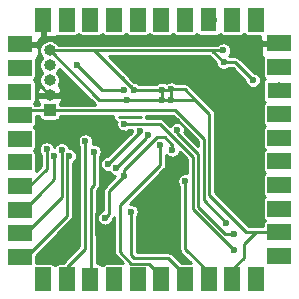
<source format=gbr>
G04 #@! TF.GenerationSoftware,KiCad,Pcbnew,5.1.4-e60b266~84~ubuntu18.04.1*
G04 #@! TF.CreationDate,2019-10-31T20:09:33+08:00*
G04 #@! TF.ProjectId,dap-stm32f103,6461702d-7374-46d3-9332-663130332e6b,rev?*
G04 #@! TF.SameCoordinates,Original*
G04 #@! TF.FileFunction,Copper,L2,Bot*
G04 #@! TF.FilePolarity,Positive*
%FSLAX46Y46*%
G04 Gerber Fmt 4.6, Leading zero omitted, Abs format (unit mm)*
G04 Created by KiCad (PCBNEW 5.1.4-e60b266~84~ubuntu18.04.1) date 2019-10-31 20:09:33*
%MOMM*%
%LPD*%
G04 APERTURE LIST*
%ADD10R,2.000000X1.350000*%
%ADD11C,1.350000*%
%ADD12C,0.100000*%
%ADD13O,1.000000X1.000000*%
%ADD14R,1.000000X1.000000*%
%ADD15R,1.350000X2.000000*%
%ADD16C,0.600000*%
%ADD17C,0.250000*%
G04 APERTURE END LIST*
D10*
X113964000Y-83958000D03*
X113964000Y-81958000D03*
X113964000Y-91958000D03*
X113964000Y-87958000D03*
X113964000Y-85958000D03*
X113964000Y-77958000D03*
X113964000Y-93958000D03*
D11*
X113964000Y-79958000D03*
D12*
G36*
X112964000Y-80633000D02*
G01*
X112964000Y-79283000D01*
X114964000Y-79283000D01*
X114964000Y-80633000D01*
X112964000Y-80633000D01*
X112964000Y-80633000D01*
G37*
D10*
X113964000Y-89958000D03*
X113964000Y-75958000D03*
D13*
X116514000Y-76478000D03*
X116514000Y-77748000D03*
X116514000Y-79018000D03*
X116514000Y-80288000D03*
D14*
X116514000Y-81558000D03*
D15*
X123964000Y-95868000D03*
X121964000Y-95868000D03*
X131964000Y-95868000D03*
X127964000Y-95868000D03*
X125964000Y-95868000D03*
X117964000Y-95868000D03*
X133964000Y-95868000D03*
D11*
X119964000Y-95868000D03*
D12*
G36*
X120639000Y-96868000D02*
G01*
X119289000Y-96868000D01*
X119289000Y-94868000D01*
X120639000Y-94868000D01*
X120639000Y-96868000D01*
X120639000Y-96868000D01*
G37*
D15*
X129964000Y-95868000D03*
X115964000Y-95868000D03*
X125964000Y-73868000D03*
X127964000Y-73868000D03*
X117964000Y-73868000D03*
X121964000Y-73868000D03*
X123964000Y-73868000D03*
X131964000Y-73868000D03*
X115964000Y-73868000D03*
D11*
X129964000Y-73868000D03*
D12*
G36*
X129289000Y-72868000D02*
G01*
X130639000Y-72868000D01*
X130639000Y-74868000D01*
X129289000Y-74868000D01*
X129289000Y-72868000D01*
X129289000Y-72868000D01*
G37*
D15*
X119964000Y-73868000D03*
X133964000Y-73868000D03*
D10*
X135964000Y-83868000D03*
X135964000Y-81868000D03*
X135964000Y-91868000D03*
X135964000Y-87868000D03*
X135964000Y-85868000D03*
X135964000Y-77868000D03*
X135964000Y-93868000D03*
D11*
X135964000Y-79868000D03*
D12*
G36*
X134964000Y-80543000D02*
G01*
X134964000Y-79193000D01*
X136964000Y-79193000D01*
X136964000Y-80543000D01*
X134964000Y-80543000D01*
X134964000Y-80543000D01*
G37*
D10*
X135964000Y-89868000D03*
X135964000Y-75868000D03*
D16*
X121184000Y-93588000D03*
X121184000Y-92848000D03*
X115594000Y-86088000D03*
X115590665Y-85505220D03*
X122719405Y-83499752D03*
X121184000Y-91738000D03*
X120879000Y-89778000D03*
X126754000Y-87418000D03*
X126444000Y-82218000D03*
X130524000Y-75728000D03*
X129134000Y-77328000D03*
X118084000Y-75658000D03*
X132949000Y-89669985D03*
X131914000Y-87128000D03*
X133468443Y-86653557D03*
X131284000Y-88928000D03*
X117682058Y-78529942D03*
X125557059Y-89200766D03*
X117877058Y-94031058D03*
X115864000Y-93738000D03*
X132854000Y-75738000D03*
X132854000Y-76598000D03*
X115804000Y-82778000D03*
X133854881Y-91202967D03*
X118910464Y-84908000D03*
X128360263Y-83638147D03*
X125504000Y-79163000D03*
X131444000Y-91078000D03*
X122154000Y-86448000D03*
X124879918Y-83669571D03*
X124144000Y-83338000D03*
X121432463Y-86102476D03*
X122821716Y-87080183D03*
X123664000Y-79818000D03*
X131224000Y-76458000D03*
X131234000Y-77468000D03*
X123054000Y-80648000D03*
X126804000Y-79768000D03*
X126804000Y-80658000D03*
X126004000Y-80658000D03*
X126004000Y-79788000D03*
X126904000Y-84878000D03*
X121214000Y-90648000D03*
X133744000Y-78998000D03*
X122776984Y-79834868D03*
X118854000Y-77748000D03*
X132124000Y-93398000D03*
X122834000Y-82708000D03*
X120254000Y-85048000D03*
X119535464Y-84163920D03*
X116254147Y-84838147D03*
X128004000Y-87508000D03*
X123373010Y-90128000D03*
X125894669Y-84463707D03*
X117531819Y-84889357D03*
X118156819Y-85397666D03*
X116879147Y-85377952D03*
X132114000Y-92008000D03*
X127284412Y-83211187D03*
D17*
X122394000Y-82098000D02*
X122518998Y-82098000D01*
X122518998Y-82098000D02*
X122533999Y-82082999D01*
X122409001Y-82082999D02*
X122394000Y-82098000D01*
X123269001Y-82082999D02*
X122409001Y-82082999D01*
X123269001Y-82082999D02*
X124208999Y-82082999D01*
X122533999Y-82082999D02*
X123269001Y-82082999D01*
X121184000Y-93588000D02*
X121184000Y-92848000D01*
X115594000Y-86088000D02*
X115594000Y-85508555D01*
X115594000Y-85508555D02*
X115590665Y-85505220D01*
X117877058Y-94031058D02*
X116127058Y-94031058D01*
X116127058Y-94031058D02*
X115864000Y-93768000D01*
X115864000Y-93768000D02*
X115864000Y-93738000D01*
X120435484Y-92099484D02*
X121184000Y-92848000D01*
X120879000Y-89778000D02*
X120435484Y-90221516D01*
X120435484Y-90221516D02*
X120435484Y-92099484D01*
X130524000Y-75728000D02*
X132844000Y-75728000D01*
X132844000Y-75728000D02*
X132854000Y-75738000D01*
X132949000Y-90094249D02*
X133844000Y-90989249D01*
X132949000Y-89669985D02*
X132949000Y-90094249D01*
X133844000Y-90989249D02*
X133844000Y-91192086D01*
X133844000Y-91192086D02*
X133854881Y-91202967D01*
X125557059Y-88614941D02*
X126754000Y-87418000D01*
X125557059Y-89200766D02*
X125557059Y-88614941D01*
X115594000Y-82988000D02*
X115804000Y-82778000D01*
X115594000Y-86088000D02*
X115594000Y-82988000D01*
X129134000Y-77328000D02*
X129134000Y-79278000D01*
X133468443Y-83612443D02*
X133468443Y-86653557D01*
X129134000Y-79278000D02*
X133468443Y-83612443D01*
X132388443Y-86653557D02*
X131914000Y-87128000D01*
X133468443Y-86653557D02*
X132388443Y-86653557D01*
X131914000Y-88298000D02*
X131284000Y-88928000D01*
X131914000Y-87128000D02*
X131914000Y-88298000D01*
X132207015Y-88928000D02*
X132949000Y-89669985D01*
X131284000Y-88928000D02*
X132207015Y-88928000D01*
X135483990Y-75738000D02*
X135613990Y-75868000D01*
X134444000Y-75738000D02*
X135483990Y-75738000D01*
X132854000Y-75738000D02*
X134444000Y-75738000D01*
X134444000Y-90613848D02*
X133854881Y-91202967D01*
X134444000Y-75738000D02*
X134444000Y-90613848D01*
X117682058Y-78954206D02*
X117682058Y-78529942D01*
X117682058Y-79827048D02*
X117682058Y-78954206D01*
X117221106Y-80288000D02*
X117682058Y-79827048D01*
X116514000Y-80288000D02*
X117221106Y-80288000D01*
X116014001Y-79739003D02*
X115614000Y-79339002D01*
X116514000Y-80288000D02*
X116014001Y-79788001D01*
X116014001Y-79788001D02*
X116014001Y-79739003D01*
X115614000Y-79339002D02*
X115614000Y-75948000D01*
X117784001Y-75358001D02*
X118084000Y-75658000D01*
X116203999Y-75358001D02*
X117784001Y-75358001D01*
X115614000Y-75948000D02*
X116203999Y-75358001D01*
X117877058Y-94031058D02*
X118910464Y-92997652D01*
X118910464Y-92997652D02*
X118910464Y-84908000D01*
X119154000Y-83328000D02*
X122547653Y-83328000D01*
X118910464Y-84908000D02*
X118910464Y-83571536D01*
X122547653Y-83328000D02*
X122719405Y-83499752D01*
X118910464Y-83571536D02*
X119154000Y-83328000D01*
X130454000Y-75658000D02*
X130524000Y-75728000D01*
X118084000Y-75658000D02*
X130454000Y-75658000D01*
X126444000Y-82218000D02*
X127154000Y-82218000D01*
X127257590Y-82288000D02*
X128484000Y-83514410D01*
X127154000Y-82218000D02*
X127224000Y-82288000D01*
X127224000Y-82288000D02*
X127257590Y-82288000D01*
X128484000Y-83514410D02*
X128360263Y-83638147D01*
X127339000Y-77328000D02*
X129134000Y-77328000D01*
X125504000Y-79163000D02*
X127339000Y-77328000D01*
X127164000Y-81558000D02*
X116514000Y-81558000D01*
X129544020Y-83938020D02*
X127164000Y-81558000D01*
X129544020Y-89178020D02*
X129544020Y-83938020D01*
X114714010Y-81558000D02*
X114314010Y-81958000D01*
X116514000Y-81558000D02*
X114714010Y-81558000D01*
X131444000Y-91078000D02*
X129544020Y-89178020D01*
X122154000Y-86398000D02*
X122154000Y-86448000D01*
X124579919Y-83969570D02*
X124579919Y-83972081D01*
X124879918Y-83669571D02*
X124579919Y-83969570D01*
X124579919Y-83972081D02*
X122154000Y-86398000D01*
X124144000Y-83368000D02*
X124144000Y-83338000D01*
X124144000Y-83390939D02*
X124144000Y-83338000D01*
X121432463Y-86102476D02*
X124144000Y-83390939D01*
X123364001Y-79518001D02*
X123344001Y-79518001D01*
X123664000Y-79818000D02*
X123364001Y-79518001D01*
X120304000Y-76478000D02*
X116514000Y-76478000D01*
X123344001Y-79518001D02*
X123054000Y-79228000D01*
X122894000Y-79048000D02*
X122874000Y-79048000D01*
X123664000Y-79818000D02*
X122894000Y-79048000D01*
X123054000Y-79228000D02*
X122874000Y-79048000D01*
X123664000Y-79818000D02*
X122609000Y-78763000D01*
X122609000Y-78763000D02*
X122589000Y-78763000D01*
X122874000Y-79048000D02*
X122589000Y-78763000D01*
X122589000Y-78763000D02*
X120304000Y-76478000D01*
X116514000Y-76478000D02*
X117221106Y-76478000D01*
X131204000Y-76478000D02*
X131224000Y-76458000D01*
X130284000Y-76518000D02*
X131234000Y-77468000D01*
X130284000Y-76478000D02*
X130284000Y-76518000D01*
X130284000Y-76478000D02*
X131204000Y-76478000D01*
X117221106Y-76478000D02*
X130284000Y-76478000D01*
X120684000Y-80648000D02*
X116514000Y-76478000D01*
X123054000Y-80648000D02*
X120684000Y-80648000D01*
X133994000Y-91868000D02*
X135613990Y-91868000D01*
X123478264Y-80648000D02*
X123488264Y-80658000D01*
X123054000Y-80648000D02*
X123478264Y-80648000D01*
X123488264Y-80658000D02*
X126844000Y-80658000D01*
X132963999Y-92898001D02*
X132963999Y-94018001D01*
X133994000Y-91868000D02*
X132963999Y-92898001D01*
X131964000Y-95018000D02*
X131964000Y-95517990D01*
X132963999Y-94018001D02*
X131964000Y-95018000D01*
X126004000Y-80658000D02*
X126004000Y-79788000D01*
X126784000Y-79788000D02*
X126804000Y-79768000D01*
X126004000Y-79788000D02*
X126784000Y-79788000D01*
X126804000Y-79768000D02*
X126804000Y-80658000D01*
X123694000Y-79788000D02*
X123664000Y-79818000D01*
X126004000Y-79788000D02*
X123694000Y-79788000D01*
X129994029Y-82047971D02*
X129994029Y-81818029D01*
X129994029Y-81828029D02*
X129994029Y-82047971D01*
X128834000Y-80658000D02*
X126804000Y-80658000D01*
X129994029Y-81818029D02*
X128834000Y-80658000D01*
X127944000Y-79768000D02*
X126804000Y-79768000D01*
X128834000Y-80658000D02*
X127944000Y-79768000D01*
X129994029Y-87357971D02*
X129994029Y-87868029D01*
X129994029Y-82047971D02*
X129994029Y-87357971D01*
X133159002Y-91868000D02*
X133994000Y-91868000D01*
X129994029Y-87357971D02*
X129994029Y-88703027D01*
X129994029Y-88703027D02*
X133159002Y-91868000D01*
X122521717Y-87380182D02*
X122821716Y-87080183D01*
X121513999Y-88387900D02*
X122521717Y-87380182D01*
X121513999Y-90348001D02*
X121513999Y-88387900D01*
X121214000Y-90648000D02*
X121513999Y-90348001D01*
X126904000Y-84453736D02*
X126904000Y-84878000D01*
X126288970Y-83838706D02*
X126904000Y-84453736D01*
X125594668Y-83838706D02*
X126288970Y-83838706D01*
X122821716Y-86611658D02*
X125594668Y-83838706D01*
X122821716Y-87080183D02*
X122821716Y-86611658D01*
X132214000Y-77468000D02*
X131234000Y-77468000D01*
X133744000Y-78998000D02*
X132214000Y-77468000D01*
X122352720Y-79834868D02*
X122345852Y-79828000D01*
X122776984Y-79834868D02*
X122352720Y-79834868D01*
X122345852Y-79828000D02*
X120934000Y-79828000D01*
X120934000Y-79828000D02*
X118854000Y-77748000D01*
X132124000Y-93398000D02*
X128644000Y-89918000D01*
X128644000Y-89918000D02*
X128644000Y-87018000D01*
X128644000Y-87018000D02*
X128644000Y-85478000D01*
X128644000Y-85478000D02*
X128644000Y-85458000D01*
X128644000Y-85478000D02*
X125854000Y-82688000D01*
X125854000Y-82688000D02*
X122854000Y-82688000D01*
X122854000Y-82688000D02*
X122834000Y-82708000D01*
X119985474Y-88116526D02*
X119985474Y-95517990D01*
X120254000Y-85048000D02*
X120254000Y-87848000D01*
X120254000Y-87848000D02*
X119985474Y-88116526D01*
X119535464Y-84163920D02*
X119535464Y-93256536D01*
X117964000Y-94828000D02*
X117964000Y-95517990D01*
X119535464Y-93256536D02*
X117964000Y-94828000D01*
X116254147Y-84838147D02*
X116254147Y-86497853D01*
X114794000Y-87958000D02*
X114314010Y-87958000D01*
X116254147Y-86497853D02*
X114794000Y-87958000D01*
X129964000Y-95258000D02*
X129964000Y-95517990D01*
X128004000Y-87508000D02*
X128004000Y-93298000D01*
X128004000Y-93298000D02*
X129964000Y-95258000D01*
X123373010Y-90128000D02*
X123373010Y-93820600D01*
X123630410Y-94078000D02*
X126564000Y-94078000D01*
X123373010Y-93820600D02*
X123630410Y-94078000D01*
X127964000Y-95478000D02*
X127964000Y-95517990D01*
X126564000Y-94078000D02*
X127964000Y-95478000D01*
X125894669Y-86167331D02*
X125894669Y-84463707D01*
X122464000Y-93548000D02*
X122464000Y-89598000D01*
X123444010Y-94528010D02*
X122464000Y-93548000D01*
X122464000Y-89598000D02*
X125894669Y-86167331D01*
X125873992Y-95517990D02*
X124884012Y-94528010D01*
X124884012Y-94528010D02*
X123444010Y-94528010D01*
X114474000Y-91958000D02*
X114314010Y-91958000D01*
X117531819Y-88900181D02*
X115439000Y-90993000D01*
X117531819Y-84889357D02*
X117531819Y-88900181D01*
X115439000Y-90993000D02*
X114474000Y-91958000D01*
X114514000Y-93958000D02*
X114314010Y-93958000D01*
X117981829Y-90490171D02*
X117014000Y-91458000D01*
X117014000Y-91458000D02*
X114514000Y-93958000D01*
X117981829Y-85572656D02*
X118156819Y-85397666D01*
X117981829Y-85715829D02*
X117981829Y-90490171D01*
X117981829Y-85715829D02*
X117981829Y-85572656D01*
X117981829Y-85500021D02*
X117981829Y-85715829D01*
X116879147Y-87392863D02*
X115574005Y-88698005D01*
X116879147Y-85377952D02*
X116879147Y-87392863D01*
X115574005Y-88698005D02*
X114314010Y-89958000D01*
X132114000Y-92008000D02*
X131370410Y-92008000D01*
X131370410Y-92008000D02*
X129094010Y-89731600D01*
X128800410Y-84978000D02*
X128780410Y-84978000D01*
X129094010Y-89731600D02*
X129094010Y-85271600D01*
X128902205Y-85079795D02*
X128800410Y-84978000D01*
X129094010Y-85271600D02*
X128902205Y-85079795D01*
X128810400Y-85007990D02*
X127284412Y-83482002D01*
X128902205Y-85079795D02*
X128830400Y-85007990D01*
X127284412Y-83482002D02*
X127284412Y-83211187D01*
X128830400Y-85007990D02*
X128810400Y-85007990D01*
G36*
X115644426Y-82131513D02*
G01*
X115665869Y-82202200D01*
X115700691Y-82267347D01*
X115747552Y-82324448D01*
X115804653Y-82371309D01*
X115869800Y-82406131D01*
X115940487Y-82427574D01*
X116014000Y-82434814D01*
X117014000Y-82434814D01*
X117087513Y-82427574D01*
X117158200Y-82406131D01*
X117223347Y-82371309D01*
X117280448Y-82324448D01*
X117327309Y-82267347D01*
X117362131Y-82202200D01*
X117383574Y-82131513D01*
X117390814Y-82058000D01*
X121895521Y-82058000D01*
X121891581Y-82098000D01*
X121901235Y-82196017D01*
X121929825Y-82290267D01*
X121976254Y-82377129D01*
X122038736Y-82453264D01*
X122114871Y-82515746D01*
X122177373Y-82549154D01*
X122159000Y-82641518D01*
X122159000Y-82774482D01*
X122184940Y-82904890D01*
X122235823Y-83027732D01*
X122309693Y-83138287D01*
X122403713Y-83232307D01*
X122514268Y-83306177D01*
X122637110Y-83357060D01*
X122767518Y-83383000D01*
X122900482Y-83383000D01*
X123030890Y-83357060D01*
X123153732Y-83306177D01*
X123264287Y-83232307D01*
X123308594Y-83188000D01*
X123485613Y-83188000D01*
X123469000Y-83271518D01*
X123469000Y-83358832D01*
X121400358Y-85427476D01*
X121365981Y-85427476D01*
X121235573Y-85453416D01*
X121112731Y-85504299D01*
X121002176Y-85578169D01*
X120908156Y-85672189D01*
X120834286Y-85782744D01*
X120783403Y-85905586D01*
X120757463Y-86035994D01*
X120757463Y-86168958D01*
X120783403Y-86299366D01*
X120834286Y-86422208D01*
X120908156Y-86532763D01*
X121002176Y-86626783D01*
X121112731Y-86700653D01*
X121235573Y-86751536D01*
X121365981Y-86777476D01*
X121498945Y-86777476D01*
X121555222Y-86766282D01*
X121555823Y-86767732D01*
X121629693Y-86878287D01*
X121723713Y-86972307D01*
X121834268Y-87046177D01*
X121957110Y-87097060D01*
X122074401Y-87120391D01*
X121177818Y-88016976D01*
X121158736Y-88032636D01*
X121096254Y-88108771D01*
X121075736Y-88147158D01*
X121049825Y-88195633D01*
X121021234Y-88289883D01*
X121011580Y-88387900D01*
X121014000Y-88412470D01*
X121013999Y-90000229D01*
X120894268Y-90049823D01*
X120783713Y-90123693D01*
X120689693Y-90217713D01*
X120615823Y-90328268D01*
X120564940Y-90451110D01*
X120539000Y-90581518D01*
X120539000Y-90714482D01*
X120564940Y-90844890D01*
X120615823Y-90967732D01*
X120689693Y-91078287D01*
X120783713Y-91172307D01*
X120894268Y-91246177D01*
X121017110Y-91297060D01*
X121147518Y-91323000D01*
X121280482Y-91323000D01*
X121410890Y-91297060D01*
X121533732Y-91246177D01*
X121644287Y-91172307D01*
X121738307Y-91078287D01*
X121812177Y-90967732D01*
X121863060Y-90844890D01*
X121889000Y-90714482D01*
X121889000Y-90679215D01*
X121931745Y-90627130D01*
X121964001Y-90566784D01*
X121964000Y-93523440D01*
X121961581Y-93548000D01*
X121971235Y-93646017D01*
X121975554Y-93660254D01*
X121999825Y-93740266D01*
X122046254Y-93827129D01*
X122108736Y-93903264D01*
X122127824Y-93918929D01*
X122706752Y-94497859D01*
X122639000Y-94491186D01*
X121289000Y-94491186D01*
X121215487Y-94498426D01*
X121144800Y-94519869D01*
X121079653Y-94554691D01*
X121022552Y-94601552D01*
X120975691Y-94658653D01*
X120964000Y-94680525D01*
X120952309Y-94658653D01*
X120905448Y-94601552D01*
X120848347Y-94554691D01*
X120783200Y-94519869D01*
X120712513Y-94498426D01*
X120639000Y-94491186D01*
X120485474Y-94491186D01*
X120485474Y-88323631D01*
X120590176Y-88218929D01*
X120609264Y-88203264D01*
X120671746Y-88127129D01*
X120718175Y-88040267D01*
X120746765Y-87946017D01*
X120754000Y-87872560D01*
X120754000Y-87872559D01*
X120756419Y-87848001D01*
X120754000Y-87823443D01*
X120754000Y-85502594D01*
X120778307Y-85478287D01*
X120852177Y-85367732D01*
X120903060Y-85244890D01*
X120929000Y-85114482D01*
X120929000Y-84981518D01*
X120903060Y-84851110D01*
X120852177Y-84728268D01*
X120778307Y-84617713D01*
X120684287Y-84523693D01*
X120573732Y-84449823D01*
X120450890Y-84398940D01*
X120320482Y-84373000D01*
X120187518Y-84373000D01*
X120178753Y-84374744D01*
X120184524Y-84360810D01*
X120210464Y-84230402D01*
X120210464Y-84097438D01*
X120184524Y-83967030D01*
X120133641Y-83844188D01*
X120059771Y-83733633D01*
X119965751Y-83639613D01*
X119855196Y-83565743D01*
X119732354Y-83514860D01*
X119601946Y-83488920D01*
X119468982Y-83488920D01*
X119338574Y-83514860D01*
X119215732Y-83565743D01*
X119105177Y-83639613D01*
X119011157Y-83733633D01*
X118937287Y-83844188D01*
X118886404Y-83967030D01*
X118860464Y-84097438D01*
X118860464Y-84230402D01*
X118886404Y-84360810D01*
X118937287Y-84483652D01*
X119011157Y-84594207D01*
X119035464Y-84618514D01*
X119035465Y-93049428D01*
X117627824Y-94457071D01*
X117608736Y-94472736D01*
X117593595Y-94491186D01*
X117289000Y-94491186D01*
X117215487Y-94498426D01*
X117144800Y-94519869D01*
X117079653Y-94554691D01*
X117022552Y-94601552D01*
X116975691Y-94658653D01*
X116964000Y-94680525D01*
X116952309Y-94658653D01*
X116905448Y-94601552D01*
X116848347Y-94554691D01*
X116783200Y-94519869D01*
X116712513Y-94498426D01*
X116639000Y-94491186D01*
X115340814Y-94491186D01*
X115340814Y-93838291D01*
X117384919Y-91794187D01*
X117384923Y-91794182D01*
X118318016Y-90861091D01*
X118337093Y-90845435D01*
X118399575Y-90769300D01*
X118446004Y-90682438D01*
X118474594Y-90588188D01*
X118481829Y-90514731D01*
X118484248Y-90490171D01*
X118481829Y-90465611D01*
X118481829Y-85992316D01*
X118587106Y-85921973D01*
X118681126Y-85827953D01*
X118754996Y-85717398D01*
X118805879Y-85594556D01*
X118831819Y-85464148D01*
X118831819Y-85331184D01*
X118805879Y-85200776D01*
X118754996Y-85077934D01*
X118681126Y-84967379D01*
X118587106Y-84873359D01*
X118476551Y-84799489D01*
X118353709Y-84748606D01*
X118223301Y-84722666D01*
X118186886Y-84722666D01*
X118180879Y-84692467D01*
X118129996Y-84569625D01*
X118056126Y-84459070D01*
X117962106Y-84365050D01*
X117851551Y-84291180D01*
X117728709Y-84240297D01*
X117598301Y-84214357D01*
X117465337Y-84214357D01*
X117334929Y-84240297D01*
X117212087Y-84291180D01*
X117101532Y-84365050D01*
X117007512Y-84459070D01*
X116933642Y-84569625D01*
X116903455Y-84642503D01*
X116903207Y-84641257D01*
X116852324Y-84518415D01*
X116778454Y-84407860D01*
X116684434Y-84313840D01*
X116573879Y-84239970D01*
X116451037Y-84189087D01*
X116320629Y-84163147D01*
X116187665Y-84163147D01*
X116057257Y-84189087D01*
X115934415Y-84239970D01*
X115823860Y-84313840D01*
X115729840Y-84407860D01*
X115655970Y-84518415D01*
X115605087Y-84641257D01*
X115579147Y-84771665D01*
X115579147Y-84904629D01*
X115605087Y-85035037D01*
X115655970Y-85157879D01*
X115729840Y-85268434D01*
X115754147Y-85292741D01*
X115754148Y-86290745D01*
X115331481Y-86713413D01*
X115333574Y-86706513D01*
X115340814Y-86633000D01*
X115340814Y-85283000D01*
X115333574Y-85209487D01*
X115312131Y-85138800D01*
X115277309Y-85073653D01*
X115230448Y-85016552D01*
X115173347Y-84969691D01*
X115151475Y-84958000D01*
X115173347Y-84946309D01*
X115230448Y-84899448D01*
X115277309Y-84842347D01*
X115312131Y-84777200D01*
X115333574Y-84706513D01*
X115340814Y-84633000D01*
X115340814Y-83283000D01*
X115333574Y-83209487D01*
X115312131Y-83138800D01*
X115277309Y-83073653D01*
X115230448Y-83016552D01*
X115173347Y-82969691D01*
X115151475Y-82958000D01*
X115173347Y-82946309D01*
X115230448Y-82899448D01*
X115277309Y-82842347D01*
X115312131Y-82777200D01*
X115333574Y-82706513D01*
X115340814Y-82633000D01*
X115340814Y-82058000D01*
X115637186Y-82058000D01*
X115644426Y-82131513D01*
X115644426Y-82131513D01*
G37*
X115644426Y-82131513D02*
X115665869Y-82202200D01*
X115700691Y-82267347D01*
X115747552Y-82324448D01*
X115804653Y-82371309D01*
X115869800Y-82406131D01*
X115940487Y-82427574D01*
X116014000Y-82434814D01*
X117014000Y-82434814D01*
X117087513Y-82427574D01*
X117158200Y-82406131D01*
X117223347Y-82371309D01*
X117280448Y-82324448D01*
X117327309Y-82267347D01*
X117362131Y-82202200D01*
X117383574Y-82131513D01*
X117390814Y-82058000D01*
X121895521Y-82058000D01*
X121891581Y-82098000D01*
X121901235Y-82196017D01*
X121929825Y-82290267D01*
X121976254Y-82377129D01*
X122038736Y-82453264D01*
X122114871Y-82515746D01*
X122177373Y-82549154D01*
X122159000Y-82641518D01*
X122159000Y-82774482D01*
X122184940Y-82904890D01*
X122235823Y-83027732D01*
X122309693Y-83138287D01*
X122403713Y-83232307D01*
X122514268Y-83306177D01*
X122637110Y-83357060D01*
X122767518Y-83383000D01*
X122900482Y-83383000D01*
X123030890Y-83357060D01*
X123153732Y-83306177D01*
X123264287Y-83232307D01*
X123308594Y-83188000D01*
X123485613Y-83188000D01*
X123469000Y-83271518D01*
X123469000Y-83358832D01*
X121400358Y-85427476D01*
X121365981Y-85427476D01*
X121235573Y-85453416D01*
X121112731Y-85504299D01*
X121002176Y-85578169D01*
X120908156Y-85672189D01*
X120834286Y-85782744D01*
X120783403Y-85905586D01*
X120757463Y-86035994D01*
X120757463Y-86168958D01*
X120783403Y-86299366D01*
X120834286Y-86422208D01*
X120908156Y-86532763D01*
X121002176Y-86626783D01*
X121112731Y-86700653D01*
X121235573Y-86751536D01*
X121365981Y-86777476D01*
X121498945Y-86777476D01*
X121555222Y-86766282D01*
X121555823Y-86767732D01*
X121629693Y-86878287D01*
X121723713Y-86972307D01*
X121834268Y-87046177D01*
X121957110Y-87097060D01*
X122074401Y-87120391D01*
X121177818Y-88016976D01*
X121158736Y-88032636D01*
X121096254Y-88108771D01*
X121075736Y-88147158D01*
X121049825Y-88195633D01*
X121021234Y-88289883D01*
X121011580Y-88387900D01*
X121014000Y-88412470D01*
X121013999Y-90000229D01*
X120894268Y-90049823D01*
X120783713Y-90123693D01*
X120689693Y-90217713D01*
X120615823Y-90328268D01*
X120564940Y-90451110D01*
X120539000Y-90581518D01*
X120539000Y-90714482D01*
X120564940Y-90844890D01*
X120615823Y-90967732D01*
X120689693Y-91078287D01*
X120783713Y-91172307D01*
X120894268Y-91246177D01*
X121017110Y-91297060D01*
X121147518Y-91323000D01*
X121280482Y-91323000D01*
X121410890Y-91297060D01*
X121533732Y-91246177D01*
X121644287Y-91172307D01*
X121738307Y-91078287D01*
X121812177Y-90967732D01*
X121863060Y-90844890D01*
X121889000Y-90714482D01*
X121889000Y-90679215D01*
X121931745Y-90627130D01*
X121964001Y-90566784D01*
X121964000Y-93523440D01*
X121961581Y-93548000D01*
X121971235Y-93646017D01*
X121975554Y-93660254D01*
X121999825Y-93740266D01*
X122046254Y-93827129D01*
X122108736Y-93903264D01*
X122127824Y-93918929D01*
X122706752Y-94497859D01*
X122639000Y-94491186D01*
X121289000Y-94491186D01*
X121215487Y-94498426D01*
X121144800Y-94519869D01*
X121079653Y-94554691D01*
X121022552Y-94601552D01*
X120975691Y-94658653D01*
X120964000Y-94680525D01*
X120952309Y-94658653D01*
X120905448Y-94601552D01*
X120848347Y-94554691D01*
X120783200Y-94519869D01*
X120712513Y-94498426D01*
X120639000Y-94491186D01*
X120485474Y-94491186D01*
X120485474Y-88323631D01*
X120590176Y-88218929D01*
X120609264Y-88203264D01*
X120671746Y-88127129D01*
X120718175Y-88040267D01*
X120746765Y-87946017D01*
X120754000Y-87872560D01*
X120754000Y-87872559D01*
X120756419Y-87848001D01*
X120754000Y-87823443D01*
X120754000Y-85502594D01*
X120778307Y-85478287D01*
X120852177Y-85367732D01*
X120903060Y-85244890D01*
X120929000Y-85114482D01*
X120929000Y-84981518D01*
X120903060Y-84851110D01*
X120852177Y-84728268D01*
X120778307Y-84617713D01*
X120684287Y-84523693D01*
X120573732Y-84449823D01*
X120450890Y-84398940D01*
X120320482Y-84373000D01*
X120187518Y-84373000D01*
X120178753Y-84374744D01*
X120184524Y-84360810D01*
X120210464Y-84230402D01*
X120210464Y-84097438D01*
X120184524Y-83967030D01*
X120133641Y-83844188D01*
X120059771Y-83733633D01*
X119965751Y-83639613D01*
X119855196Y-83565743D01*
X119732354Y-83514860D01*
X119601946Y-83488920D01*
X119468982Y-83488920D01*
X119338574Y-83514860D01*
X119215732Y-83565743D01*
X119105177Y-83639613D01*
X119011157Y-83733633D01*
X118937287Y-83844188D01*
X118886404Y-83967030D01*
X118860464Y-84097438D01*
X118860464Y-84230402D01*
X118886404Y-84360810D01*
X118937287Y-84483652D01*
X119011157Y-84594207D01*
X119035464Y-84618514D01*
X119035465Y-93049428D01*
X117627824Y-94457071D01*
X117608736Y-94472736D01*
X117593595Y-94491186D01*
X117289000Y-94491186D01*
X117215487Y-94498426D01*
X117144800Y-94519869D01*
X117079653Y-94554691D01*
X117022552Y-94601552D01*
X116975691Y-94658653D01*
X116964000Y-94680525D01*
X116952309Y-94658653D01*
X116905448Y-94601552D01*
X116848347Y-94554691D01*
X116783200Y-94519869D01*
X116712513Y-94498426D01*
X116639000Y-94491186D01*
X115340814Y-94491186D01*
X115340814Y-93838291D01*
X117384919Y-91794187D01*
X117384923Y-91794182D01*
X118318016Y-90861091D01*
X118337093Y-90845435D01*
X118399575Y-90769300D01*
X118446004Y-90682438D01*
X118474594Y-90588188D01*
X118481829Y-90514731D01*
X118484248Y-90490171D01*
X118481829Y-90465611D01*
X118481829Y-85992316D01*
X118587106Y-85921973D01*
X118681126Y-85827953D01*
X118754996Y-85717398D01*
X118805879Y-85594556D01*
X118831819Y-85464148D01*
X118831819Y-85331184D01*
X118805879Y-85200776D01*
X118754996Y-85077934D01*
X118681126Y-84967379D01*
X118587106Y-84873359D01*
X118476551Y-84799489D01*
X118353709Y-84748606D01*
X118223301Y-84722666D01*
X118186886Y-84722666D01*
X118180879Y-84692467D01*
X118129996Y-84569625D01*
X118056126Y-84459070D01*
X117962106Y-84365050D01*
X117851551Y-84291180D01*
X117728709Y-84240297D01*
X117598301Y-84214357D01*
X117465337Y-84214357D01*
X117334929Y-84240297D01*
X117212087Y-84291180D01*
X117101532Y-84365050D01*
X117007512Y-84459070D01*
X116933642Y-84569625D01*
X116903455Y-84642503D01*
X116903207Y-84641257D01*
X116852324Y-84518415D01*
X116778454Y-84407860D01*
X116684434Y-84313840D01*
X116573879Y-84239970D01*
X116451037Y-84189087D01*
X116320629Y-84163147D01*
X116187665Y-84163147D01*
X116057257Y-84189087D01*
X115934415Y-84239970D01*
X115823860Y-84313840D01*
X115729840Y-84407860D01*
X115655970Y-84518415D01*
X115605087Y-84641257D01*
X115579147Y-84771665D01*
X115579147Y-84904629D01*
X115605087Y-85035037D01*
X115655970Y-85157879D01*
X115729840Y-85268434D01*
X115754147Y-85292741D01*
X115754148Y-86290745D01*
X115331481Y-86713413D01*
X115333574Y-86706513D01*
X115340814Y-86633000D01*
X115340814Y-85283000D01*
X115333574Y-85209487D01*
X115312131Y-85138800D01*
X115277309Y-85073653D01*
X115230448Y-85016552D01*
X115173347Y-84969691D01*
X115151475Y-84958000D01*
X115173347Y-84946309D01*
X115230448Y-84899448D01*
X115277309Y-84842347D01*
X115312131Y-84777200D01*
X115333574Y-84706513D01*
X115340814Y-84633000D01*
X115340814Y-83283000D01*
X115333574Y-83209487D01*
X115312131Y-83138800D01*
X115277309Y-83073653D01*
X115230448Y-83016552D01*
X115173347Y-82969691D01*
X115151475Y-82958000D01*
X115173347Y-82946309D01*
X115230448Y-82899448D01*
X115277309Y-82842347D01*
X115312131Y-82777200D01*
X115333574Y-82706513D01*
X115340814Y-82633000D01*
X115340814Y-82058000D01*
X115637186Y-82058000D01*
X115644426Y-82131513D01*
G36*
X128144001Y-85685108D02*
G01*
X128144000Y-86847624D01*
X128070482Y-86833000D01*
X127937518Y-86833000D01*
X127807110Y-86858940D01*
X127684268Y-86909823D01*
X127573713Y-86983693D01*
X127479693Y-87077713D01*
X127405823Y-87188268D01*
X127354940Y-87311110D01*
X127329000Y-87441518D01*
X127329000Y-87574482D01*
X127354940Y-87704890D01*
X127405823Y-87827732D01*
X127479693Y-87938287D01*
X127504000Y-87962594D01*
X127504001Y-93273430D01*
X127501581Y-93298000D01*
X127511235Y-93396017D01*
X127539826Y-93490267D01*
X127586255Y-93577129D01*
X127648737Y-93653264D01*
X127667819Y-93668924D01*
X128490080Y-94491186D01*
X127684292Y-94491186D01*
X126934929Y-93741824D01*
X126919264Y-93722736D01*
X126843129Y-93660254D01*
X126756267Y-93613825D01*
X126662017Y-93585235D01*
X126588560Y-93578000D01*
X126564000Y-93575581D01*
X126539440Y-93578000D01*
X123873010Y-93578000D01*
X123873010Y-90582594D01*
X123897317Y-90558287D01*
X123971187Y-90447732D01*
X124022070Y-90324890D01*
X124048010Y-90194482D01*
X124048010Y-90061518D01*
X124022070Y-89931110D01*
X123971187Y-89808268D01*
X123897317Y-89697713D01*
X123803297Y-89603693D01*
X123692742Y-89529823D01*
X123569900Y-89478940D01*
X123439492Y-89453000D01*
X123316105Y-89453000D01*
X126230856Y-86538251D01*
X126249933Y-86522595D01*
X126312415Y-86446460D01*
X126358844Y-86359598D01*
X126387434Y-86265348D01*
X126394669Y-86191891D01*
X126394669Y-86191890D01*
X126397088Y-86167331D01*
X126394669Y-86142771D01*
X126394669Y-85323263D01*
X126473713Y-85402307D01*
X126584268Y-85476177D01*
X126707110Y-85527060D01*
X126837518Y-85553000D01*
X126970482Y-85553000D01*
X127100890Y-85527060D01*
X127223732Y-85476177D01*
X127334287Y-85402307D01*
X127428307Y-85308287D01*
X127502177Y-85197732D01*
X127547414Y-85088521D01*
X128144001Y-85685108D01*
X128144001Y-85685108D01*
G37*
X128144001Y-85685108D02*
X128144000Y-86847624D01*
X128070482Y-86833000D01*
X127937518Y-86833000D01*
X127807110Y-86858940D01*
X127684268Y-86909823D01*
X127573713Y-86983693D01*
X127479693Y-87077713D01*
X127405823Y-87188268D01*
X127354940Y-87311110D01*
X127329000Y-87441518D01*
X127329000Y-87574482D01*
X127354940Y-87704890D01*
X127405823Y-87827732D01*
X127479693Y-87938287D01*
X127504000Y-87962594D01*
X127504001Y-93273430D01*
X127501581Y-93298000D01*
X127511235Y-93396017D01*
X127539826Y-93490267D01*
X127586255Y-93577129D01*
X127648737Y-93653264D01*
X127667819Y-93668924D01*
X128490080Y-94491186D01*
X127684292Y-94491186D01*
X126934929Y-93741824D01*
X126919264Y-93722736D01*
X126843129Y-93660254D01*
X126756267Y-93613825D01*
X126662017Y-93585235D01*
X126588560Y-93578000D01*
X126564000Y-93575581D01*
X126539440Y-93578000D01*
X123873010Y-93578000D01*
X123873010Y-90582594D01*
X123897317Y-90558287D01*
X123971187Y-90447732D01*
X124022070Y-90324890D01*
X124048010Y-90194482D01*
X124048010Y-90061518D01*
X124022070Y-89931110D01*
X123971187Y-89808268D01*
X123897317Y-89697713D01*
X123803297Y-89603693D01*
X123692742Y-89529823D01*
X123569900Y-89478940D01*
X123439492Y-89453000D01*
X123316105Y-89453000D01*
X126230856Y-86538251D01*
X126249933Y-86522595D01*
X126312415Y-86446460D01*
X126358844Y-86359598D01*
X126387434Y-86265348D01*
X126394669Y-86191891D01*
X126394669Y-86191890D01*
X126397088Y-86167331D01*
X126394669Y-86142771D01*
X126394669Y-85323263D01*
X126473713Y-85402307D01*
X126584268Y-85476177D01*
X126707110Y-85527060D01*
X126837518Y-85553000D01*
X126970482Y-85553000D01*
X127100890Y-85527060D01*
X127223732Y-85476177D01*
X127334287Y-85402307D01*
X127428307Y-85308287D01*
X127502177Y-85197732D01*
X127547414Y-85088521D01*
X128144001Y-85685108D01*
G36*
X116093000Y-75342750D02*
G01*
X116251250Y-75501000D01*
X116639000Y-75504063D01*
X116763090Y-75491841D01*
X116882411Y-75455646D01*
X116992378Y-75396867D01*
X117088764Y-75317764D01*
X117166717Y-75222779D01*
X117215487Y-75237574D01*
X117289000Y-75244814D01*
X118639000Y-75244814D01*
X118712513Y-75237574D01*
X118783200Y-75216131D01*
X118848347Y-75181309D01*
X118905448Y-75134448D01*
X118952309Y-75077347D01*
X118964000Y-75055475D01*
X118975691Y-75077347D01*
X119022552Y-75134448D01*
X119079653Y-75181309D01*
X119144800Y-75216131D01*
X119215487Y-75237574D01*
X119289000Y-75244814D01*
X120639000Y-75244814D01*
X120712513Y-75237574D01*
X120783200Y-75216131D01*
X120848347Y-75181309D01*
X120905448Y-75134448D01*
X120952309Y-75077347D01*
X120964000Y-75055475D01*
X120975691Y-75077347D01*
X121022552Y-75134448D01*
X121079653Y-75181309D01*
X121144800Y-75216131D01*
X121215487Y-75237574D01*
X121289000Y-75244814D01*
X122639000Y-75244814D01*
X122712513Y-75237574D01*
X122783200Y-75216131D01*
X122848347Y-75181309D01*
X122905448Y-75134448D01*
X122952309Y-75077347D01*
X122964000Y-75055475D01*
X122975691Y-75077347D01*
X123022552Y-75134448D01*
X123079653Y-75181309D01*
X123144800Y-75216131D01*
X123215487Y-75237574D01*
X123289000Y-75244814D01*
X124639000Y-75244814D01*
X124712513Y-75237574D01*
X124783200Y-75216131D01*
X124848347Y-75181309D01*
X124905448Y-75134448D01*
X124952309Y-75077347D01*
X124964000Y-75055475D01*
X124975691Y-75077347D01*
X125022552Y-75134448D01*
X125079653Y-75181309D01*
X125144800Y-75216131D01*
X125215487Y-75237574D01*
X125289000Y-75244814D01*
X126639000Y-75244814D01*
X126712513Y-75237574D01*
X126783200Y-75216131D01*
X126848347Y-75181309D01*
X126905448Y-75134448D01*
X126952309Y-75077347D01*
X126964000Y-75055475D01*
X126975691Y-75077347D01*
X127022552Y-75134448D01*
X127079653Y-75181309D01*
X127144800Y-75216131D01*
X127215487Y-75237574D01*
X127289000Y-75244814D01*
X128639000Y-75244814D01*
X128712513Y-75237574D01*
X128783200Y-75216131D01*
X128848347Y-75181309D01*
X128905448Y-75134448D01*
X128952309Y-75077347D01*
X128964000Y-75055475D01*
X128975691Y-75077347D01*
X129022552Y-75134448D01*
X129079653Y-75181309D01*
X129144800Y-75216131D01*
X129215487Y-75237574D01*
X129289000Y-75244814D01*
X130639000Y-75244814D01*
X130712513Y-75237574D01*
X130783200Y-75216131D01*
X130848347Y-75181309D01*
X130905448Y-75134448D01*
X130952309Y-75077347D01*
X130964000Y-75055475D01*
X130975691Y-75077347D01*
X131022552Y-75134448D01*
X131079653Y-75181309D01*
X131144800Y-75216131D01*
X131215487Y-75237574D01*
X131289000Y-75244814D01*
X132639000Y-75244814D01*
X132712513Y-75237574D01*
X132783200Y-75216131D01*
X132848347Y-75181309D01*
X132905448Y-75134448D01*
X132952309Y-75077347D01*
X132964000Y-75055475D01*
X132975691Y-75077347D01*
X133022552Y-75134448D01*
X133079653Y-75181309D01*
X133144800Y-75216131D01*
X133215487Y-75237574D01*
X133289000Y-75244814D01*
X134328346Y-75244814D01*
X134331000Y-75580750D01*
X134489250Y-75739000D01*
X135564001Y-75739000D01*
X135564001Y-75997000D01*
X134489250Y-75997000D01*
X134331000Y-76155250D01*
X134327937Y-76543000D01*
X134340159Y-76667090D01*
X134376354Y-76786411D01*
X134435133Y-76896378D01*
X134514236Y-76992764D01*
X134609221Y-77070717D01*
X134594426Y-77119487D01*
X134587186Y-77193000D01*
X134587186Y-78543000D01*
X134594426Y-78616513D01*
X134615869Y-78687200D01*
X134650691Y-78752347D01*
X134697552Y-78809448D01*
X134754653Y-78856309D01*
X134776525Y-78868000D01*
X134754653Y-78879691D01*
X134697552Y-78926552D01*
X134650691Y-78983653D01*
X134615869Y-79048800D01*
X134594426Y-79119487D01*
X134587186Y-79193000D01*
X134587186Y-80543000D01*
X134594426Y-80616513D01*
X134615869Y-80687200D01*
X134650691Y-80752347D01*
X134697552Y-80809448D01*
X134754653Y-80856309D01*
X134776525Y-80868000D01*
X134754653Y-80879691D01*
X134697552Y-80926552D01*
X134650691Y-80983653D01*
X134615869Y-81048800D01*
X134594426Y-81119487D01*
X134587186Y-81193000D01*
X134587186Y-82543000D01*
X134594426Y-82616513D01*
X134615869Y-82687200D01*
X134650691Y-82752347D01*
X134697552Y-82809448D01*
X134754653Y-82856309D01*
X134776525Y-82868000D01*
X134754653Y-82879691D01*
X134697552Y-82926552D01*
X134650691Y-82983653D01*
X134615869Y-83048800D01*
X134594426Y-83119487D01*
X134587186Y-83193000D01*
X134587186Y-84543000D01*
X134594426Y-84616513D01*
X134615869Y-84687200D01*
X134650691Y-84752347D01*
X134697552Y-84809448D01*
X134754653Y-84856309D01*
X134776525Y-84868000D01*
X134754653Y-84879691D01*
X134697552Y-84926552D01*
X134650691Y-84983653D01*
X134615869Y-85048800D01*
X134594426Y-85119487D01*
X134587186Y-85193000D01*
X134587186Y-86543000D01*
X134594426Y-86616513D01*
X134615869Y-86687200D01*
X134650691Y-86752347D01*
X134697552Y-86809448D01*
X134754653Y-86856309D01*
X134776525Y-86868000D01*
X134754653Y-86879691D01*
X134697552Y-86926552D01*
X134650691Y-86983653D01*
X134615869Y-87048800D01*
X134594426Y-87119487D01*
X134587186Y-87193000D01*
X134587186Y-88543000D01*
X134594426Y-88616513D01*
X134615869Y-88687200D01*
X134650691Y-88752347D01*
X134697552Y-88809448D01*
X134754653Y-88856309D01*
X134776525Y-88868000D01*
X134754653Y-88879691D01*
X134697552Y-88926552D01*
X134650691Y-88983653D01*
X134615869Y-89048800D01*
X134594426Y-89119487D01*
X134587186Y-89193000D01*
X134587186Y-90543000D01*
X134594426Y-90616513D01*
X134615869Y-90687200D01*
X134650691Y-90752347D01*
X134697552Y-90809448D01*
X134754653Y-90856309D01*
X134776525Y-90868000D01*
X134754653Y-90879691D01*
X134697552Y-90926552D01*
X134650691Y-90983653D01*
X134615869Y-91048800D01*
X134594426Y-91119487D01*
X134587186Y-91193000D01*
X134587186Y-91368000D01*
X134018549Y-91368000D01*
X133993999Y-91365582D01*
X133969449Y-91368000D01*
X133366109Y-91368000D01*
X130494029Y-88495922D01*
X130494029Y-81842589D01*
X130496448Y-81818029D01*
X130486794Y-81720012D01*
X130478121Y-81691422D01*
X130458204Y-81625762D01*
X130411775Y-81538900D01*
X130349293Y-81462765D01*
X130330216Y-81447109D01*
X129204929Y-80321824D01*
X129189264Y-80302736D01*
X129170181Y-80287075D01*
X128314929Y-79431824D01*
X128299264Y-79412736D01*
X128223129Y-79350254D01*
X128136267Y-79303825D01*
X128042017Y-79275235D01*
X127968560Y-79268000D01*
X127944000Y-79265581D01*
X127919440Y-79268000D01*
X127258594Y-79268000D01*
X127234287Y-79243693D01*
X127123732Y-79169823D01*
X127000890Y-79118940D01*
X126870482Y-79093000D01*
X126737518Y-79093000D01*
X126607110Y-79118940D01*
X126484268Y-79169823D01*
X126389034Y-79233456D01*
X126323732Y-79189823D01*
X126200890Y-79138940D01*
X126070482Y-79113000D01*
X125937518Y-79113000D01*
X125807110Y-79138940D01*
X125684268Y-79189823D01*
X125573713Y-79263693D01*
X125549406Y-79288000D01*
X124085767Y-79288000D01*
X123983732Y-79219823D01*
X123860890Y-79168940D01*
X123730482Y-79143000D01*
X123696106Y-79143000D01*
X123264926Y-78711821D01*
X123249264Y-78692736D01*
X123230179Y-78677073D01*
X122979929Y-78426824D01*
X122964264Y-78407736D01*
X122888129Y-78345254D01*
X122867142Y-78334036D01*
X121511105Y-76978000D01*
X130036895Y-76978000D01*
X130559000Y-77500106D01*
X130559000Y-77534482D01*
X130584940Y-77664890D01*
X130635823Y-77787732D01*
X130709693Y-77898287D01*
X130803713Y-77992307D01*
X130914268Y-78066177D01*
X131037110Y-78117060D01*
X131167518Y-78143000D01*
X131300482Y-78143000D01*
X131430890Y-78117060D01*
X131553732Y-78066177D01*
X131664287Y-77992307D01*
X131688594Y-77968000D01*
X132006895Y-77968000D01*
X133069000Y-79030107D01*
X133069000Y-79064482D01*
X133094940Y-79194890D01*
X133145823Y-79317732D01*
X133219693Y-79428287D01*
X133313713Y-79522307D01*
X133424268Y-79596177D01*
X133547110Y-79647060D01*
X133677518Y-79673000D01*
X133810482Y-79673000D01*
X133940890Y-79647060D01*
X134063732Y-79596177D01*
X134174287Y-79522307D01*
X134268307Y-79428287D01*
X134342177Y-79317732D01*
X134393060Y-79194890D01*
X134419000Y-79064482D01*
X134419000Y-78931518D01*
X134393060Y-78801110D01*
X134342177Y-78678268D01*
X134268307Y-78567713D01*
X134174287Y-78473693D01*
X134063732Y-78399823D01*
X133940890Y-78348940D01*
X133810482Y-78323000D01*
X133776107Y-78323000D01*
X132584929Y-77131824D01*
X132569264Y-77112736D01*
X132493129Y-77050254D01*
X132406267Y-77003825D01*
X132312017Y-76975235D01*
X132238560Y-76968000D01*
X132214000Y-76965581D01*
X132189440Y-76968000D01*
X131688594Y-76968000D01*
X131678594Y-76958000D01*
X131748307Y-76888287D01*
X131822177Y-76777732D01*
X131873060Y-76654890D01*
X131899000Y-76524482D01*
X131899000Y-76391518D01*
X131873060Y-76261110D01*
X131822177Y-76138268D01*
X131748307Y-76027713D01*
X131654287Y-75933693D01*
X131543732Y-75859823D01*
X131420890Y-75808940D01*
X131290482Y-75783000D01*
X131157518Y-75783000D01*
X131027110Y-75808940D01*
X130904268Y-75859823D01*
X130793713Y-75933693D01*
X130749406Y-75978000D01*
X130308560Y-75978000D01*
X130284000Y-75975581D01*
X130259440Y-75978000D01*
X120328560Y-75978000D01*
X120304000Y-75975581D01*
X120279440Y-75978000D01*
X117235598Y-75978000D01*
X117135712Y-75856288D01*
X117002476Y-75746944D01*
X116850468Y-75665695D01*
X116685530Y-75615661D01*
X116556979Y-75603000D01*
X116471021Y-75603000D01*
X116342470Y-75615661D01*
X116177532Y-75665695D01*
X116025524Y-75746944D01*
X115892288Y-75856288D01*
X115782944Y-75989524D01*
X115701695Y-76141532D01*
X115651661Y-76306470D01*
X115634767Y-76478000D01*
X115651661Y-76649530D01*
X115701695Y-76814468D01*
X115782944Y-76966476D01*
X115892288Y-77099712D01*
X115908479Y-77113000D01*
X115892288Y-77126288D01*
X115782944Y-77259524D01*
X115701695Y-77411532D01*
X115651661Y-77576470D01*
X115634767Y-77748000D01*
X115651661Y-77919530D01*
X115701695Y-78084468D01*
X115782944Y-78236476D01*
X115892288Y-78369712D01*
X115908479Y-78383000D01*
X115892288Y-78396288D01*
X115782944Y-78529524D01*
X115701695Y-78681532D01*
X115651661Y-78846470D01*
X115634767Y-79018000D01*
X115651661Y-79189530D01*
X115701695Y-79354468D01*
X115754833Y-79453884D01*
X115655187Y-79548984D01*
X115527514Y-79730730D01*
X115437751Y-79933892D01*
X115422406Y-79984501D01*
X115547824Y-80159000D01*
X116385000Y-80159000D01*
X116385000Y-80139000D01*
X116643000Y-80139000D01*
X116643000Y-80159000D01*
X117480176Y-80159000D01*
X117605594Y-79984501D01*
X117590249Y-79933892D01*
X117500486Y-79730730D01*
X117372813Y-79548984D01*
X117273167Y-79453884D01*
X117326305Y-79354468D01*
X117376339Y-79189530D01*
X117393233Y-79018000D01*
X117376339Y-78846470D01*
X117326305Y-78681532D01*
X117245056Y-78529524D01*
X117135712Y-78396288D01*
X117119521Y-78383000D01*
X117135712Y-78369712D01*
X117245056Y-78236476D01*
X117326305Y-78084468D01*
X117346567Y-78017673D01*
X120313079Y-80984186D01*
X120328736Y-81003264D01*
X120395432Y-81058000D01*
X117390814Y-81058000D01*
X117385924Y-81008352D01*
X117500486Y-80845270D01*
X117590249Y-80642108D01*
X117605594Y-80591499D01*
X117480176Y-80417000D01*
X116643000Y-80417000D01*
X116643000Y-80437000D01*
X116385000Y-80437000D01*
X116385000Y-80417000D01*
X115547824Y-80417000D01*
X115422406Y-80591499D01*
X115437751Y-80642108D01*
X115527514Y-80845270D01*
X115642076Y-81008352D01*
X115637186Y-81058000D01*
X115264463Y-81058000D01*
X115230448Y-81016552D01*
X115173347Y-80969691D01*
X115151475Y-80958000D01*
X115173347Y-80946309D01*
X115230448Y-80899448D01*
X115277309Y-80842347D01*
X115312131Y-80777200D01*
X115333574Y-80706513D01*
X115340814Y-80633000D01*
X115340814Y-79283000D01*
X115333574Y-79209487D01*
X115312131Y-79138800D01*
X115277309Y-79073653D01*
X115230448Y-79016552D01*
X115173347Y-78969691D01*
X115151475Y-78958000D01*
X115173347Y-78946309D01*
X115230448Y-78899448D01*
X115277309Y-78842347D01*
X115312131Y-78777200D01*
X115333574Y-78706513D01*
X115340814Y-78633000D01*
X115340814Y-77283000D01*
X115333574Y-77209487D01*
X115318779Y-77160717D01*
X115413764Y-77082764D01*
X115492867Y-76986378D01*
X115551646Y-76876411D01*
X115587841Y-76757090D01*
X115600063Y-76633000D01*
X115597000Y-76245250D01*
X115438750Y-76087000D01*
X114364000Y-76087000D01*
X114364000Y-75829000D01*
X115438750Y-75829000D01*
X115597000Y-75670750D01*
X115598336Y-75501619D01*
X115676750Y-75501000D01*
X115835000Y-75342750D01*
X115835000Y-74268000D01*
X116093000Y-74268000D01*
X116093000Y-75342750D01*
X116093000Y-75342750D01*
G37*
X116093000Y-75342750D02*
X116251250Y-75501000D01*
X116639000Y-75504063D01*
X116763090Y-75491841D01*
X116882411Y-75455646D01*
X116992378Y-75396867D01*
X117088764Y-75317764D01*
X117166717Y-75222779D01*
X117215487Y-75237574D01*
X117289000Y-75244814D01*
X118639000Y-75244814D01*
X118712513Y-75237574D01*
X118783200Y-75216131D01*
X118848347Y-75181309D01*
X118905448Y-75134448D01*
X118952309Y-75077347D01*
X118964000Y-75055475D01*
X118975691Y-75077347D01*
X119022552Y-75134448D01*
X119079653Y-75181309D01*
X119144800Y-75216131D01*
X119215487Y-75237574D01*
X119289000Y-75244814D01*
X120639000Y-75244814D01*
X120712513Y-75237574D01*
X120783200Y-75216131D01*
X120848347Y-75181309D01*
X120905448Y-75134448D01*
X120952309Y-75077347D01*
X120964000Y-75055475D01*
X120975691Y-75077347D01*
X121022552Y-75134448D01*
X121079653Y-75181309D01*
X121144800Y-75216131D01*
X121215487Y-75237574D01*
X121289000Y-75244814D01*
X122639000Y-75244814D01*
X122712513Y-75237574D01*
X122783200Y-75216131D01*
X122848347Y-75181309D01*
X122905448Y-75134448D01*
X122952309Y-75077347D01*
X122964000Y-75055475D01*
X122975691Y-75077347D01*
X123022552Y-75134448D01*
X123079653Y-75181309D01*
X123144800Y-75216131D01*
X123215487Y-75237574D01*
X123289000Y-75244814D01*
X124639000Y-75244814D01*
X124712513Y-75237574D01*
X124783200Y-75216131D01*
X124848347Y-75181309D01*
X124905448Y-75134448D01*
X124952309Y-75077347D01*
X124964000Y-75055475D01*
X124975691Y-75077347D01*
X125022552Y-75134448D01*
X125079653Y-75181309D01*
X125144800Y-75216131D01*
X125215487Y-75237574D01*
X125289000Y-75244814D01*
X126639000Y-75244814D01*
X126712513Y-75237574D01*
X126783200Y-75216131D01*
X126848347Y-75181309D01*
X126905448Y-75134448D01*
X126952309Y-75077347D01*
X126964000Y-75055475D01*
X126975691Y-75077347D01*
X127022552Y-75134448D01*
X127079653Y-75181309D01*
X127144800Y-75216131D01*
X127215487Y-75237574D01*
X127289000Y-75244814D01*
X128639000Y-75244814D01*
X128712513Y-75237574D01*
X128783200Y-75216131D01*
X128848347Y-75181309D01*
X128905448Y-75134448D01*
X128952309Y-75077347D01*
X128964000Y-75055475D01*
X128975691Y-75077347D01*
X129022552Y-75134448D01*
X129079653Y-75181309D01*
X129144800Y-75216131D01*
X129215487Y-75237574D01*
X129289000Y-75244814D01*
X130639000Y-75244814D01*
X130712513Y-75237574D01*
X130783200Y-75216131D01*
X130848347Y-75181309D01*
X130905448Y-75134448D01*
X130952309Y-75077347D01*
X130964000Y-75055475D01*
X130975691Y-75077347D01*
X131022552Y-75134448D01*
X131079653Y-75181309D01*
X131144800Y-75216131D01*
X131215487Y-75237574D01*
X131289000Y-75244814D01*
X132639000Y-75244814D01*
X132712513Y-75237574D01*
X132783200Y-75216131D01*
X132848347Y-75181309D01*
X132905448Y-75134448D01*
X132952309Y-75077347D01*
X132964000Y-75055475D01*
X132975691Y-75077347D01*
X133022552Y-75134448D01*
X133079653Y-75181309D01*
X133144800Y-75216131D01*
X133215487Y-75237574D01*
X133289000Y-75244814D01*
X134328346Y-75244814D01*
X134331000Y-75580750D01*
X134489250Y-75739000D01*
X135564001Y-75739000D01*
X135564001Y-75997000D01*
X134489250Y-75997000D01*
X134331000Y-76155250D01*
X134327937Y-76543000D01*
X134340159Y-76667090D01*
X134376354Y-76786411D01*
X134435133Y-76896378D01*
X134514236Y-76992764D01*
X134609221Y-77070717D01*
X134594426Y-77119487D01*
X134587186Y-77193000D01*
X134587186Y-78543000D01*
X134594426Y-78616513D01*
X134615869Y-78687200D01*
X134650691Y-78752347D01*
X134697552Y-78809448D01*
X134754653Y-78856309D01*
X134776525Y-78868000D01*
X134754653Y-78879691D01*
X134697552Y-78926552D01*
X134650691Y-78983653D01*
X134615869Y-79048800D01*
X134594426Y-79119487D01*
X134587186Y-79193000D01*
X134587186Y-80543000D01*
X134594426Y-80616513D01*
X134615869Y-80687200D01*
X134650691Y-80752347D01*
X134697552Y-80809448D01*
X134754653Y-80856309D01*
X134776525Y-80868000D01*
X134754653Y-80879691D01*
X134697552Y-80926552D01*
X134650691Y-80983653D01*
X134615869Y-81048800D01*
X134594426Y-81119487D01*
X134587186Y-81193000D01*
X134587186Y-82543000D01*
X134594426Y-82616513D01*
X134615869Y-82687200D01*
X134650691Y-82752347D01*
X134697552Y-82809448D01*
X134754653Y-82856309D01*
X134776525Y-82868000D01*
X134754653Y-82879691D01*
X134697552Y-82926552D01*
X134650691Y-82983653D01*
X134615869Y-83048800D01*
X134594426Y-83119487D01*
X134587186Y-83193000D01*
X134587186Y-84543000D01*
X134594426Y-84616513D01*
X134615869Y-84687200D01*
X134650691Y-84752347D01*
X134697552Y-84809448D01*
X134754653Y-84856309D01*
X134776525Y-84868000D01*
X134754653Y-84879691D01*
X134697552Y-84926552D01*
X134650691Y-84983653D01*
X134615869Y-85048800D01*
X134594426Y-85119487D01*
X134587186Y-85193000D01*
X134587186Y-86543000D01*
X134594426Y-86616513D01*
X134615869Y-86687200D01*
X134650691Y-86752347D01*
X134697552Y-86809448D01*
X134754653Y-86856309D01*
X134776525Y-86868000D01*
X134754653Y-86879691D01*
X134697552Y-86926552D01*
X134650691Y-86983653D01*
X134615869Y-87048800D01*
X134594426Y-87119487D01*
X134587186Y-87193000D01*
X134587186Y-88543000D01*
X134594426Y-88616513D01*
X134615869Y-88687200D01*
X134650691Y-88752347D01*
X134697552Y-88809448D01*
X134754653Y-88856309D01*
X134776525Y-88868000D01*
X134754653Y-88879691D01*
X134697552Y-88926552D01*
X134650691Y-88983653D01*
X134615869Y-89048800D01*
X134594426Y-89119487D01*
X134587186Y-89193000D01*
X134587186Y-90543000D01*
X134594426Y-90616513D01*
X134615869Y-90687200D01*
X134650691Y-90752347D01*
X134697552Y-90809448D01*
X134754653Y-90856309D01*
X134776525Y-90868000D01*
X134754653Y-90879691D01*
X134697552Y-90926552D01*
X134650691Y-90983653D01*
X134615869Y-91048800D01*
X134594426Y-91119487D01*
X134587186Y-91193000D01*
X134587186Y-91368000D01*
X134018549Y-91368000D01*
X133993999Y-91365582D01*
X133969449Y-91368000D01*
X133366109Y-91368000D01*
X130494029Y-88495922D01*
X130494029Y-81842589D01*
X130496448Y-81818029D01*
X130486794Y-81720012D01*
X130478121Y-81691422D01*
X130458204Y-81625762D01*
X130411775Y-81538900D01*
X130349293Y-81462765D01*
X130330216Y-81447109D01*
X129204929Y-80321824D01*
X129189264Y-80302736D01*
X129170181Y-80287075D01*
X128314929Y-79431824D01*
X128299264Y-79412736D01*
X128223129Y-79350254D01*
X128136267Y-79303825D01*
X128042017Y-79275235D01*
X127968560Y-79268000D01*
X127944000Y-79265581D01*
X127919440Y-79268000D01*
X127258594Y-79268000D01*
X127234287Y-79243693D01*
X127123732Y-79169823D01*
X127000890Y-79118940D01*
X126870482Y-79093000D01*
X126737518Y-79093000D01*
X126607110Y-79118940D01*
X126484268Y-79169823D01*
X126389034Y-79233456D01*
X126323732Y-79189823D01*
X126200890Y-79138940D01*
X126070482Y-79113000D01*
X125937518Y-79113000D01*
X125807110Y-79138940D01*
X125684268Y-79189823D01*
X125573713Y-79263693D01*
X125549406Y-79288000D01*
X124085767Y-79288000D01*
X123983732Y-79219823D01*
X123860890Y-79168940D01*
X123730482Y-79143000D01*
X123696106Y-79143000D01*
X123264926Y-78711821D01*
X123249264Y-78692736D01*
X123230179Y-78677073D01*
X122979929Y-78426824D01*
X122964264Y-78407736D01*
X122888129Y-78345254D01*
X122867142Y-78334036D01*
X121511105Y-76978000D01*
X130036895Y-76978000D01*
X130559000Y-77500106D01*
X130559000Y-77534482D01*
X130584940Y-77664890D01*
X130635823Y-77787732D01*
X130709693Y-77898287D01*
X130803713Y-77992307D01*
X130914268Y-78066177D01*
X131037110Y-78117060D01*
X131167518Y-78143000D01*
X131300482Y-78143000D01*
X131430890Y-78117060D01*
X131553732Y-78066177D01*
X131664287Y-77992307D01*
X131688594Y-77968000D01*
X132006895Y-77968000D01*
X133069000Y-79030107D01*
X133069000Y-79064482D01*
X133094940Y-79194890D01*
X133145823Y-79317732D01*
X133219693Y-79428287D01*
X133313713Y-79522307D01*
X133424268Y-79596177D01*
X133547110Y-79647060D01*
X133677518Y-79673000D01*
X133810482Y-79673000D01*
X133940890Y-79647060D01*
X134063732Y-79596177D01*
X134174287Y-79522307D01*
X134268307Y-79428287D01*
X134342177Y-79317732D01*
X134393060Y-79194890D01*
X134419000Y-79064482D01*
X134419000Y-78931518D01*
X134393060Y-78801110D01*
X134342177Y-78678268D01*
X134268307Y-78567713D01*
X134174287Y-78473693D01*
X134063732Y-78399823D01*
X133940890Y-78348940D01*
X133810482Y-78323000D01*
X133776107Y-78323000D01*
X132584929Y-77131824D01*
X132569264Y-77112736D01*
X132493129Y-77050254D01*
X132406267Y-77003825D01*
X132312017Y-76975235D01*
X132238560Y-76968000D01*
X132214000Y-76965581D01*
X132189440Y-76968000D01*
X131688594Y-76968000D01*
X131678594Y-76958000D01*
X131748307Y-76888287D01*
X131822177Y-76777732D01*
X131873060Y-76654890D01*
X131899000Y-76524482D01*
X131899000Y-76391518D01*
X131873060Y-76261110D01*
X131822177Y-76138268D01*
X131748307Y-76027713D01*
X131654287Y-75933693D01*
X131543732Y-75859823D01*
X131420890Y-75808940D01*
X131290482Y-75783000D01*
X131157518Y-75783000D01*
X131027110Y-75808940D01*
X130904268Y-75859823D01*
X130793713Y-75933693D01*
X130749406Y-75978000D01*
X130308560Y-75978000D01*
X130284000Y-75975581D01*
X130259440Y-75978000D01*
X120328560Y-75978000D01*
X120304000Y-75975581D01*
X120279440Y-75978000D01*
X117235598Y-75978000D01*
X117135712Y-75856288D01*
X117002476Y-75746944D01*
X116850468Y-75665695D01*
X116685530Y-75615661D01*
X116556979Y-75603000D01*
X116471021Y-75603000D01*
X116342470Y-75615661D01*
X116177532Y-75665695D01*
X116025524Y-75746944D01*
X115892288Y-75856288D01*
X115782944Y-75989524D01*
X115701695Y-76141532D01*
X115651661Y-76306470D01*
X115634767Y-76478000D01*
X115651661Y-76649530D01*
X115701695Y-76814468D01*
X115782944Y-76966476D01*
X115892288Y-77099712D01*
X115908479Y-77113000D01*
X115892288Y-77126288D01*
X115782944Y-77259524D01*
X115701695Y-77411532D01*
X115651661Y-77576470D01*
X115634767Y-77748000D01*
X115651661Y-77919530D01*
X115701695Y-78084468D01*
X115782944Y-78236476D01*
X115892288Y-78369712D01*
X115908479Y-78383000D01*
X115892288Y-78396288D01*
X115782944Y-78529524D01*
X115701695Y-78681532D01*
X115651661Y-78846470D01*
X115634767Y-79018000D01*
X115651661Y-79189530D01*
X115701695Y-79354468D01*
X115754833Y-79453884D01*
X115655187Y-79548984D01*
X115527514Y-79730730D01*
X115437751Y-79933892D01*
X115422406Y-79984501D01*
X115547824Y-80159000D01*
X116385000Y-80159000D01*
X116385000Y-80139000D01*
X116643000Y-80139000D01*
X116643000Y-80159000D01*
X117480176Y-80159000D01*
X117605594Y-79984501D01*
X117590249Y-79933892D01*
X117500486Y-79730730D01*
X117372813Y-79548984D01*
X117273167Y-79453884D01*
X117326305Y-79354468D01*
X117376339Y-79189530D01*
X117393233Y-79018000D01*
X117376339Y-78846470D01*
X117326305Y-78681532D01*
X117245056Y-78529524D01*
X117135712Y-78396288D01*
X117119521Y-78383000D01*
X117135712Y-78369712D01*
X117245056Y-78236476D01*
X117326305Y-78084468D01*
X117346567Y-78017673D01*
X120313079Y-80984186D01*
X120328736Y-81003264D01*
X120395432Y-81058000D01*
X117390814Y-81058000D01*
X117385924Y-81008352D01*
X117500486Y-80845270D01*
X117590249Y-80642108D01*
X117605594Y-80591499D01*
X117480176Y-80417000D01*
X116643000Y-80417000D01*
X116643000Y-80437000D01*
X116385000Y-80437000D01*
X116385000Y-80417000D01*
X115547824Y-80417000D01*
X115422406Y-80591499D01*
X115437751Y-80642108D01*
X115527514Y-80845270D01*
X115642076Y-81008352D01*
X115637186Y-81058000D01*
X115264463Y-81058000D01*
X115230448Y-81016552D01*
X115173347Y-80969691D01*
X115151475Y-80958000D01*
X115173347Y-80946309D01*
X115230448Y-80899448D01*
X115277309Y-80842347D01*
X115312131Y-80777200D01*
X115333574Y-80706513D01*
X115340814Y-80633000D01*
X115340814Y-79283000D01*
X115333574Y-79209487D01*
X115312131Y-79138800D01*
X115277309Y-79073653D01*
X115230448Y-79016552D01*
X115173347Y-78969691D01*
X115151475Y-78958000D01*
X115173347Y-78946309D01*
X115230448Y-78899448D01*
X115277309Y-78842347D01*
X115312131Y-78777200D01*
X115333574Y-78706513D01*
X115340814Y-78633000D01*
X115340814Y-77283000D01*
X115333574Y-77209487D01*
X115318779Y-77160717D01*
X115413764Y-77082764D01*
X115492867Y-76986378D01*
X115551646Y-76876411D01*
X115587841Y-76757090D01*
X115600063Y-76633000D01*
X115597000Y-76245250D01*
X115438750Y-76087000D01*
X114364000Y-76087000D01*
X114364000Y-75829000D01*
X115438750Y-75829000D01*
X115597000Y-75670750D01*
X115598336Y-75501619D01*
X115676750Y-75501000D01*
X115835000Y-75342750D01*
X115835000Y-74268000D01*
X116093000Y-74268000D01*
X116093000Y-75342750D01*
G36*
X129044021Y-84145128D02*
G01*
X129044021Y-84534505D01*
X127928821Y-83419306D01*
X127933472Y-83408077D01*
X127959412Y-83277669D01*
X127959412Y-83144705D01*
X127938508Y-83039614D01*
X129044021Y-84145128D01*
X129044021Y-84145128D01*
G37*
X129044021Y-84145128D02*
X129044021Y-84534505D01*
X127928821Y-83419306D01*
X127933472Y-83408077D01*
X127959412Y-83277669D01*
X127959412Y-83144705D01*
X127938508Y-83039614D01*
X129044021Y-84145128D01*
G36*
X127455986Y-82557091D02*
G01*
X127350894Y-82536187D01*
X127217930Y-82536187D01*
X127087522Y-82562127D01*
X126964680Y-82613010D01*
X126854125Y-82686880D01*
X126760105Y-82780900D01*
X126717608Y-82844502D01*
X126224929Y-82351824D01*
X126209264Y-82332736D01*
X126133129Y-82270254D01*
X126046267Y-82223825D01*
X125952017Y-82195235D01*
X125878560Y-82188000D01*
X125854000Y-82185581D01*
X125829440Y-82188000D01*
X124699645Y-82188000D01*
X124701764Y-82181016D01*
X124711418Y-82082999D01*
X124708956Y-82058000D01*
X126956895Y-82058000D01*
X127455986Y-82557091D01*
X127455986Y-82557091D01*
G37*
X127455986Y-82557091D02*
X127350894Y-82536187D01*
X127217930Y-82536187D01*
X127087522Y-82562127D01*
X126964680Y-82613010D01*
X126854125Y-82686880D01*
X126760105Y-82780900D01*
X126717608Y-82844502D01*
X126224929Y-82351824D01*
X126209264Y-82332736D01*
X126133129Y-82270254D01*
X126046267Y-82223825D01*
X125952017Y-82195235D01*
X125878560Y-82188000D01*
X125854000Y-82185581D01*
X125829440Y-82188000D01*
X124699645Y-82188000D01*
X124701764Y-82181016D01*
X124711418Y-82082999D01*
X124708956Y-82058000D01*
X126956895Y-82058000D01*
X127455986Y-82557091D01*
M02*

</source>
